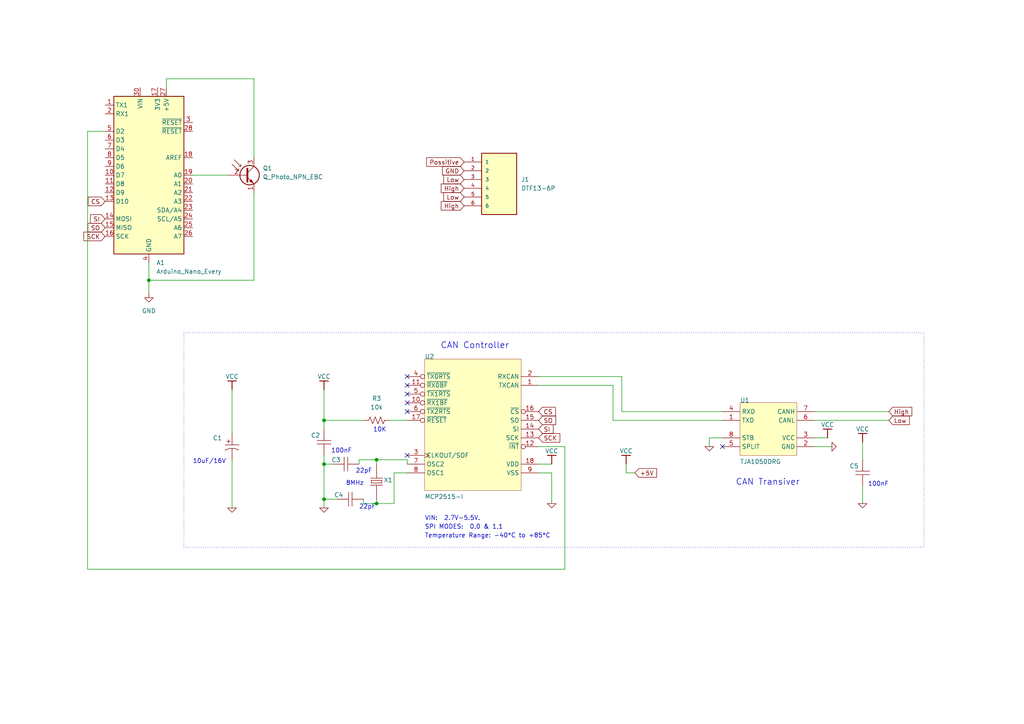
<source format=kicad_sch>
(kicad_sch (version 20250114) (generator "eeschema") (generator_version "9.0")
  (paper "A4")
  (lib_symbols
    (symbol "CAN Integration-altium-import:VCC_BAR" (power)
      (property "Value" "VCC" (at 0 -3.81 0))
      (symbol "VCC_BAR_0_0"
        (polyline (pts (xy -1.27 -2.54) (xy 1.27 -2.54)) (stroke (width 0.254)))
        (polyline (pts (xy 0 0) (xy 0 -2.54)) (stroke (width 0.254)))
        (pin power_in line (at 0 0 0) (length 0) (hide yes) (name "VCC") (number ""))
      )
    )
    (symbol "CAN Integration-altium-import:root_0_CRYSTAL-ECS-100-20-5PVX_adafruit.IntLib" (pin_numbers (hide yes)) (pin_names (hide yes))
      (symbol "root_0_CRYSTAL-ECS-100-20-5PVX_adafruit.IntLib_1_0"
        (polyline (pts (xy -1.778 1.016) (xy 1.778 1.016)))
        (polyline (pts (xy -1.778 -1.016) (xy 1.778 -1.016)))
        (polyline (pts (xy -1.524 0.381) (xy -1.524 -0.381)))
        (polyline (pts (xy -1.524 -0.381) (xy 1.524 -0.381)))
        (polyline (pts (xy 0 1.016) (xy 0 2.54)))
        (polyline (pts (xy 0 -2.54) (xy 0 -1.016)))
        (polyline (pts (xy 1.524 0.381) (xy -1.524 0.381)))
        (polyline (pts (xy 1.524 -0.381) (xy 1.524 0.381)))
        (pin passive line (at 0 5.08 270) (length 2.54) (name "2") (number "2"))
        (pin passive line (at 0 -5.08 90) (length 2.54) (name "1") (number "1"))
      )
    )
    (symbol "CAN Integration-altium-import:root_0_Cap_Tantalum_adafruit.IntLib" (pin_numbers (hide yes)) (pin_names (hide yes))
      (symbol "root_0_Cap_Tantalum_adafruit.IntLib_1_0"
        (polyline (pts (xy -2.032 -3.302) (xy 2.032 -3.302)))
        (polyline (pts (xy -1.524 -2.286) (xy -0.508 -2.286)))
        (polyline (pts (xy -1.016 -1.778) (xy -1.016 -2.794)))
        (polyline (pts (xy 0 -2.54) (xy 0 -3.302)))
        (polyline (pts (xy 0 -4.318) (xy 0 -5.08)))
        (arc (start 0 -4.318) (mid 0.9856 -4.4393) (end 1.9124 -4.7961))
        (arc (start -2.0163 -4.8535) (mid -1.0431 -4.4542) (end 0 -4.318))
        (pin passive line (at 0 0 270) (length 2.54) (name "1") (number "1"))
        (pin passive line (at 0 -7.62 90) (length 2.54) (name "2") (number "2"))
      )
    )
    (symbol "CAN Integration-altium-import:root_0_MCP2515_adafruit.SCHLIB"
      (symbol "root_0_MCP2515_adafruit.SCHLIB_1_0"
        (rectangle (start 27.94 0) (end 0 -38.1) (stroke (width 0.0254) (color 128 0 0 1)) (fill (type background)))
        (pin passive inverted (at -5.08 -5.08 0) (length 5.08) (name "~{TX0RTS}") (number "4"))
        (pin passive inverted (at -5.08 -7.62 0) (length 5.08) (name "~{RX0BF}") (number "11"))
        (pin passive inverted (at -5.08 -10.16 0) (length 5.08) (name "~{TX1RTS}") (number "5"))
        (pin passive inverted (at -5.08 -12.7 0) (length 5.08) (name "~{RX1BF}") (number "10"))
        (pin passive inverted (at -5.08 -15.24 0) (length 5.08) (name "~{TX2RTS}") (number "6"))
        (pin passive inverted (at -5.08 -17.78 0) (length 5.08) (name "~{RESET}") (number "17"))
        (pin passive clock (at -5.08 -27.94 0) (length 5.08) (name "CLKOUT/SOF") (number "3"))
        (pin passive line (at -5.08 -30.48 0) (length 5.08) (name "OSC2") (number "7"))
        (pin passive line (at -5.08 -33.02 0) (length 5.08) (name "OSC1") (number "8"))
        (pin passive line (at 33.02 -5.08 180) (length 5.08) (name "RXCAN") (number "2"))
        (pin passive line (at 33.02 -7.62 180) (length 5.08) (name "TXCAN") (number "1"))
        (pin passive inverted (at 33.02 -15.24 180) (length 5.08) (name "~{CS}") (number "16"))
        (pin passive line (at 33.02 -17.78 180) (length 5.08) (name "SO") (number "15"))
        (pin passive line (at 33.02 -20.32 180) (length 5.08) (name "SI") (number "14"))
        (pin passive line (at 33.02 -22.86 180) (length 5.08) (name "SCK") (number "13"))
        (pin passive inverted (at 33.02 -25.4 180) (length 5.08) (name "~{INT}") (number "12"))
        (pin passive line (at 33.02 -30.48 180) (length 5.08) (name "VDD") (number "18"))
        (pin passive line (at 33.02 -33.02 180) (length 5.08) (name "VSS") (number "9"))
      )
    )
    (symbol "CAN Integration-altium-import:root_0_TJA1050DRG_adafruit.SCHLIB"
      (symbol "root_0_TJA1050DRG_adafruit.SCHLIB_1_0"
        (rectangle (start 16.51 0) (end 0 -15.24) (stroke (width 0.0254) (color 128 0 0 1)) (fill (type background)))
        (pin passive line (at -5.08 -2.54 0) (length 5.08) (name "RXD") (number "4"))
        (pin passive line (at -5.08 -5.08 0) (length 5.08) (name "TXD") (number "1"))
        (pin passive line (at -5.08 -10.16 0) (length 5.08) (name "STB") (number "8"))
        (pin passive line (at -5.08 -12.7 0) (length 5.08) (name "SPLIT") (number "5"))
        (pin passive line (at 21.59 -2.54 180) (length 5.08) (name "CANH") (number "7"))
        (pin passive line (at 21.59 -5.08 180) (length 5.08) (name "CANL") (number "6"))
        (pin passive line (at 21.59 -10.16 180) (length 5.08) (name "VCC") (number "3"))
        (pin passive line (at 21.59 -12.7 180) (length 5.08) (name "GND") (number "2"))
      )
    )
    (symbol "CAN Integration-altium-import:root_2_Cap_0603_adafruit.IntLib" (pin_numbers (hide yes)) (pin_names (hide yes))
      (symbol "root_2_Cap_0603_adafruit.IntLib_1_0"
        (polyline (pts (xy -2.032 4.318) (xy 2.032 4.318)))
        (polyline (pts (xy 0 5.08) (xy 0 4.318)))
        (polyline (pts (xy 0 2.54) (xy 0 3.302)))
        (polyline (pts (xy 2.032 3.302) (xy -2.032 3.302)))
        (pin passive line (at 0 7.62 270) (length 2.54) (name "2") (number "2"))
        (pin passive line (at 0 0 90) (length 2.54) (name "1") (number "1"))
      )
    )
    (symbol "CAN Integration-altium-import:root_3_Cap_0603_adafruit.IntLib" (pin_numbers (hide yes)) (pin_names (hide yes))
      (symbol "root_3_Cap_0603_adafruit.IntLib_1_0"
        (polyline (pts (xy -5.08 0) (xy -4.318 0)))
        (polyline (pts (xy -4.318 -2.032) (xy -4.318 2.032)))
        (polyline (pts (xy -3.302 2.032) (xy -3.302 -2.032)))
        (polyline (pts (xy -2.54 0) (xy -3.302 0)))
        (pin passive line (at -7.62 0 0) (length 2.54) (name "2") (number "2"))
        (pin passive line (at 0 0 180) (length 2.54) (name "1") (number "1"))
      )
    )
    (symbol "Device:Q_Photo_NPN_EBC" (pin_names (offset 0) (hide yes))
      (property "Reference" "Q" (at 5.08 1.27 0))
      (property "Value" "Q_Photo_NPN_EBC" (at 5.08 -1.27 0))
      (symbol "Q_Photo_NPN_EBC_0_1"
        (polyline (pts (xy -3.81 3.175) (xy -1.905 1.27) (xy -1.905 1.905)))
        (polyline (pts (xy -3.175 4.445) (xy -1.27 2.54) (xy -1.27 3.175)))
        (polyline (pts (xy -1.905 1.27) (xy -2.54 1.27)))
        (polyline (pts (xy -1.27 2.54) (xy -1.905 2.54)))
        (polyline (pts (xy 0 0) (xy 0.635 0)))
        (polyline (pts (xy 0.635 1.905) (xy 0.635 -1.905) (xy 0.635 -1.905)) (stroke (width 0.508)))
        (polyline (pts (xy 0.635 0.635) (xy 2.54 2.54)))
        (polyline (pts (xy 0.635 -0.635) (xy 2.54 -2.54) (xy 2.54 -2.54)))
        (circle (center 1.27 0) (radius 2.8194) (stroke (width 0.254)))
        (polyline (pts (xy 1.27 -1.778) (xy 1.778 -1.27) (xy 2.286 -2.286) (xy 1.27 -1.778) (xy 1.27 -1.778)) (fill (type outline)))
      )
      (symbol "Q_Photo_NPN_EBC_1_1"
        (pin input line (at -5.08 0 0) (length 5.08) (name "B") (number "2"))
        (pin passive line (at 2.54 5.08 270) (length 2.54) (name "C") (number "3"))
        (pin passive line (at 2.54 -5.08 90) (length 2.54) (name "E") (number "1"))
      )
    )
    (symbol "Device:R_US" (pin_numbers (hide yes)) (pin_names (offset 0))
      (property "Reference" "R" (at 2.54 0 90))
      (property "Value" "R_US" (at -2.54 0 90))
      (symbol "R_US_0_1"
        (polyline (pts (xy 0 2.286) (xy 0 2.54)))
        (polyline (pts (xy 0 2.286) (xy 1.016 1.905) (xy 0 1.524) (xy -1.016 1.143) (xy 0 0.762)))
        (polyline (pts (xy 0 0.762) (xy 1.016 0.381) (xy 0 0) (xy -1.016 -0.381) (xy 0 -0.762)))
        (polyline (pts (xy 0 -0.762) (xy 1.016 -1.143) (xy 0 -1.524) (xy -1.016 -1.905) (xy 0 -2.286)))
        (polyline (pts (xy 0 -2.286) (xy 0 -2.54)))
      )
      (symbol "R_US_1_1"
        (pin passive line (at 0 3.81 270) (length 1.27) (name "~") (number "1"))
        (pin passive line (at 0 -3.81 90) (length 1.27) (name "~") (number "2"))
      )
    )
    (symbol "MCU_Module:Arduino_Nano_Every"
      (property "Reference" "A" (at -10.16 23.495 0))
      (property "Value" "Arduino_Nano_Every" (at 5.08 -24.13 0))
      (symbol "Arduino_Nano_Every_0_1"
        (rectangle (start -10.16 22.86) (end 10.16 -22.86) (stroke (width 0.254)) (fill (type background)))
      )
      (symbol "Arduino_Nano_Every_1_1"
        (pin bidirectional line (at -12.7 20.32 0) (length 2.54) (name "TX1") (number "1"))
        (pin bidirectional line (at -12.7 17.78 0) (length 2.54) (name "RX1") (number "2"))
        (pin bidirectional line (at -12.7 12.7 0) (length 2.54) (name "D2") (number "5"))
        (pin bidirectional line (at -12.7 10.16 0) (length 2.54) (name "D3") (number "6"))
        (pin bidirectional line (at -12.7 7.62 0) (length 2.54) (name "D4") (number "7"))
        (pin bidirectional line (at -12.7 5.08 0) (length 2.54) (name "D5") (number "8"))
        (pin bidirectional line (at -12.7 2.54 0) (length 2.54) (name "D6") (number "9"))
        (pin bidirectional line (at -12.7 0 0) (length 2.54) (name "D7") (number "10"))
        (pin bidirectional line (at -12.7 -2.54 0) (length 2.54) (name "D8") (number "11"))
        (pin bidirectional line (at -12.7 -5.08 0) (length 2.54) (name "D9") (number "12"))
        (pin bidirectional line (at -12.7 -7.62 0) (length 2.54) (name "D10") (number "13"))
        (pin bidirectional line (at -12.7 -12.7 0) (length 2.54) (name "MOSI") (number "14"))
        (pin bidirectional line (at -12.7 -15.24 0) (length 2.54) (name "MISO") (number "15"))
        (pin bidirectional line (at -12.7 -17.78 0) (length 2.54) (name "SCK") (number "16"))
        (pin power_in line (at -2.54 25.4 270) (length 2.54) (name "VIN") (number "30"))
        (pin passive line (at 0 -25.4 90) (length 2.54) (hide yes) (name "GND") (number "29"))
        (pin power_in line (at 0 -25.4 90) (length 2.54) (name "GND") (number "4"))
        (pin power_out line (at 2.54 25.4 270) (length 2.54) (name "3V3") (number "17"))
        (pin power_out line (at 5.08 25.4 270) (length 2.54) (name "+5V") (number "27"))
        (pin input line (at 12.7 15.24 180) (length 2.54) (name "~{RESET}") (number "3"))
        (pin input line (at 12.7 12.7 180) (length 2.54) (name "~{RESET}") (number "28"))
        (pin input line (at 12.7 5.08 180) (length 2.54) (name "AREF") (number "18"))
        (pin bidirectional line (at 12.7 0 180) (length 2.54) (name "A0") (number "19"))
        (pin bidirectional line (at 12.7 -2.54 180) (length 2.54) (name "A1") (number "20"))
        (pin bidirectional line (at 12.7 -5.08 180) (length 2.54) (name "A2") (number "21"))
        (pin bidirectional line (at 12.7 -7.62 180) (length 2.54) (name "A3") (number "22"))
        (pin bidirectional line (at 12.7 -10.16 180) (length 2.54) (name "SDA/A4") (number "23"))
        (pin bidirectional line (at 12.7 -12.7 180) (length 2.54) (name "SCL/A5") (number "24"))
        (pin bidirectional line (at 12.7 -15.24 180) (length 2.54) (name "A6") (number "25"))
        (pin bidirectional line (at 12.7 -17.78 180) (length 2.54) (name "A7") (number "26"))
      )
    )
    (symbol "New_Library:DTF13-6P" (pin_names (offset 1.016))
      (property "Reference" "J" (at -5.08 8.128 0))
      (property "Value" "DTF13-6P" (at -5.08 -12.7 0))
      (symbol "DTF13-6P_0_0"
        (rectangle (start -5.08 -10.16) (end 5.08 7.62) (stroke (width 0.254)) (fill (type background)))
        (pin passive line (at -10.16 5.08 0) (length 5.08) (name "1") (number "1"))
        (pin passive line (at -10.16 2.54 0) (length 5.08) (name "2") (number "2"))
        (pin passive line (at -10.16 0 0) (length 5.08) (name "3") (number "3"))
        (pin passive line (at -10.16 -2.54 0) (length 5.08) (name "4") (number "4"))
        (pin passive line (at -10.16 -5.08 0) (length 5.08) (name "5") (number "5"))
        (pin passive line (at -10.16 -7.62 0) (length 5.08) (name "6") (number "6"))
      )
    )
    (symbol "Simulation_SPICE:0" (power) (pin_numbers (hide yes)) (pin_names (offset 0) (hide yes))
      (property "Value" "0" (at 0 -2.54 0))
      (symbol "0_0_1"
        (polyline (pts (xy -1.27 0) (xy 0 -1.27) (xy 1.27 0) (xy -1.27 0)))
      )
      (symbol "0_1_1"
        (pin power_in line (at 0 0 0) (length 0) (name "~") (number "1"))
      )
    )
    (symbol "power:GND" (power) (pin_numbers (hide yes)) (pin_names (offset 0) (hide yes))
      (property "Value" "GND" (at 0 -3.81 0))
      (symbol "GND_0_1"
        (polyline (pts (xy 0 0) (xy 0 -1.27) (xy 1.27 -1.27) (xy 0 -2.54) (xy -1.27 -1.27) (xy 0 -1.27)))
      )
      (symbol "GND_1_1"
        (pin power_in line (at 0 0 270) (length 0) (name "~") (number "1"))
      )
    )
  )
  (rectangle (start 53.34 96.52) (end 267.97 158.75) (stroke (width 0) (type dot)))
  (text "CAN Transiver" (at 213.36 140.97 0) (effects (font (size 1.778 1.778)) (justify left bottom)))
  (text "22pF" (at 104.14 147.828 0) (effects (font (size 1.27 1.27)) (justify left bottom)))
  (text "100nF" (at 251.714 141.224 0) (effects (font (size 1.27 1.27)) (justify left bottom)))
  (text "VIN:  2.7V-5.5V." (at 123.19 151.13 0) (effects (font (size 1.27 1.27)) (justify left bottom)))
  (text "CAN Controller" (at 127.762 101.346 0) (effects (font (size 1.778 1.778)) (justify left bottom)))
  (text "10K" (at 108.204 125.476 0) (effects (font (size 1.27 1.27)) (justify left bottom)))
  (text "Temperature Range: -40*C to +85*C" (at 123.19 156.21 0) (effects (font (size 1.27 1.27)) (justify left bottom)))
  (text "22pF" (at 103.124 137.414 0) (effects (font (size 1.27 1.27)) (justify left bottom)))
  (text "100nF" (at 96.012 131.572 0) (effects (font (size 1.27 1.27)) (justify left bottom)))
  (text "8MHz" (at 100.33 140.97 0) (effects (font (size 1.27 1.27)) (justify left bottom)))
  (text "10uF/16V" (at 55.88 134.62 0) (effects (font (size 1.27 1.27)) (justify left bottom)))
  (text "SPI MODES:  0,0 & 1,1" (at 123.19 153.67 0) (effects (font (size 1.27 1.27)) (justify left bottom)))
  (junction (at 109.22 133.35))
  (junction (at 93.98 144.78))
  (junction (at 109.22 146.05))
  (junction (at 93.98 121.92))
  (junction (at 43.18 81.28))
  (junction (at 93.98 134.62))
  (no_connect (at 118.11 116.84))
  (no_connect (at 118.11 111.76))
  (no_connect (at 209.55 129.54))
  (no_connect (at 118.11 114.3))
  (no_connect (at 118.11 109.22))
  (no_connect (at 118.11 119.38))
  (no_connect (at 118.11 132.08))
  (wire (pts (xy 55.88 50.8) (xy 66.04 50.8)))
  (wire (pts (xy 73.66 81.28) (xy 43.18 81.28)))
  (wire (pts (xy 48.26 22.86) (xy 73.66 22.86)))
  (wire (pts (xy 67.31 113.03) (xy 67.31 125.73)))
  (wire (pts (xy 205.74 127) (xy 205.74 129.54)))
  (wire (pts (xy 25.4 38.1) (xy 30.48 38.1)))
  (wire (pts (xy 177.8 111.76) (xy 177.8 121.92)))
  (wire (pts (xy 250.19 128.27) (xy 250.19 133.35)))
  (wire (pts (xy 109.22 146.05) (xy 114.3 146.05)))
  (wire (pts (xy 109.22 144.78) (xy 109.22 146.05)))
  (wire (pts (xy 73.66 22.86) (xy 73.66 45.72)))
  (wire (pts (xy 25.4 165.1) (xy 25.4 38.1)))
  (wire (pts (xy 104.14 133.35) (xy 104.14 134.62)))
  (wire (pts (xy 48.26 25.4) (xy 48.26 22.86)))
  (wire (pts (xy 163.83 165.1) (xy 25.4 165.1)))
  (wire (pts (xy 236.22 121.92) (xy 257.81 121.92)))
  (wire (pts (xy 73.66 55.88) (xy 73.66 81.28)))
  (wire (pts (xy 105.41 144.78) (xy 105.41 146.05)))
  (wire (pts (xy 156.21 111.76) (xy 177.8 111.76)))
  (wire (pts (xy 177.8 121.92) (xy 209.55 121.92)))
  (wire (pts (xy 160.02 134.62) (xy 156.21 134.62)))
  (wire (pts (xy 93.98 132.08) (xy 93.98 134.62)))
  (wire (pts (xy 104.14 133.35) (xy 109.22 133.35)))
  (wire (pts (xy 181.61 134.62) (xy 181.61 137.16)))
  (wire (pts (xy 93.98 134.62) (xy 93.98 144.78)))
  (wire (pts (xy 240.03 127) (xy 236.22 127)))
  (wire (pts (xy 105.41 121.92) (xy 93.98 121.92)))
  (wire (pts (xy 156.21 129.54) (xy 163.83 129.54)))
  (wire (pts (xy 43.18 81.28) (xy 43.18 85.09)))
  (wire (pts (xy 114.3 137.16) (xy 114.3 146.05)))
  (wire (pts (xy 93.98 144.78) (xy 93.98 147.32)))
  (wire (pts (xy 118.11 121.92) (xy 113.03 121.92)))
  (wire (pts (xy 180.34 109.22) (xy 180.34 119.38)))
  (wire (pts (xy 118.11 133.35) (xy 118.11 134.62)))
  (wire (pts (xy 93.98 144.78) (xy 97.79 144.78)))
  (wire (pts (xy 67.31 147.32) (xy 67.31 133.35)))
  (wire (pts (xy 160.02 137.16) (xy 156.21 137.16)))
  (wire (pts (xy 236.22 119.38) (xy 257.81 119.38)))
  (wire (pts (xy 43.18 76.2) (xy 43.18 81.28)))
  (wire (pts (xy 93.98 121.92) (xy 93.98 124.46)))
  (wire (pts (xy 109.22 133.35) (xy 118.11 133.35)))
  (wire (pts (xy 118.11 137.16) (xy 114.3 137.16)))
  (wire (pts (xy 105.41 146.05) (xy 109.22 146.05)))
  (wire (pts (xy 160.02 146.05) (xy 160.02 137.16)))
  (wire (pts (xy 109.22 133.35) (xy 109.22 134.62)))
  (wire (pts (xy 180.34 119.38) (xy 209.55 119.38)))
  (wire (pts (xy 250.19 146.05) (xy 250.19 140.97)))
  (wire (pts (xy 209.55 127) (xy 205.74 127)))
  (wire (pts (xy 181.61 137.16) (xy 184.15 137.16)))
  (wire (pts (xy 93.98 113.03) (xy 93.98 121.92)))
  (wire (pts (xy 163.83 129.54) (xy 163.83 165.1)))
  (wire (pts (xy 156.21 109.22) (xy 180.34 109.22)))
  (wire (pts (xy 241.3 129.54) (xy 236.22 129.54)))
  (wire (pts (xy 93.98 134.62) (xy 96.52 134.62)))
  (global_label "Low" (shape input) (at 134.62 52.07 180) (property "Intersheetrefs" "${INTERSHEET_REFS}" (effects (hide yes))))
  (global_label "SCK" (shape input) (at 156.21 127 0) (property "Intersheetrefs" "${INTERSHEET_REFS}" (effects (hide yes))))
  (global_label "High" (shape input) (at 134.62 59.69 180) (property "Intersheetrefs" "${INTERSHEET_REFS}" (effects (hide yes))))
  (global_label "High" (shape input) (at 134.62 54.61 180) (property "Intersheetrefs" "${INTERSHEET_REFS}" (effects (hide yes))))
  (global_label "Low" (shape input) (at 134.62 57.15 180) (property "Intersheetrefs" "${INTERSHEET_REFS}" (effects (hide yes))))
  (global_label "+5V" (shape input) (at 184.15 137.16 0) (property "Intersheetrefs" "${INTERSHEET_REFS}" (effects (hide yes))))
  (global_label "Possitive" (shape input) (at 134.62 46.99 180) (property "Intersheetrefs" "${INTERSHEET_REFS}" (effects (hide yes))))
  (global_label "SCK" (shape input) (at 30.48 68.58 180) (property "Intersheetrefs" "${INTERSHEET_REFS}" (effects (hide yes))))
  (global_label "GND" (shape input) (at 134.62 49.53 180) (property "Intersheetrefs" "${INTERSHEET_REFS}" (effects (hide yes))))
  (global_label "CS" (shape input) (at 30.48 58.42 180) (property "Intersheetrefs" "${INTERSHEET_REFS}" (effects (hide yes))))
  (global_label "Low" (shape input) (at 257.81 121.92 0) (property "Intersheetrefs" "${INTERSHEET_REFS}" (effects (hide yes))))
  (global_label "SI" (shape input) (at 156.21 124.46 0) (property "Intersheetrefs" "${INTERSHEET_REFS}" (effects (hide yes))))
  (global_label "SI" (shape input) (at 30.48 63.5 180) (property "Intersheetrefs" "${INTERSHEET_REFS}" (effects (hide yes))))
  (global_label "SO" (shape input) (at 156.21 121.92 0) (property "Intersheetrefs" "${INTERSHEET_REFS}" (effects (hide yes))))
  (global_label "CS" (shape input) (at 156.21 119.38 0) (property "Intersheetrefs" "${INTERSHEET_REFS}" (effects (hide yes))))
  (global_label "High" (shape input) (at 257.81 119.38 0) (property "Intersheetrefs" "${INTERSHEET_REFS}" (effects (hide yes))))
  (global_label "SO" (shape input) (at 30.48 66.04 180) (property "Intersheetrefs" "${INTERSHEET_REFS}" (effects (hide yes))))
  (symbol (lib_id "CAN Integration-altium-import:VCC_BAR") (at 67.31 113.03 180) (unit 1)
    (property "Reference" "#PWR0112" (effects (hide yes)))
    (property "Value" "VCC" (at 67.31 109.22 0))
  )
  (symbol (lib_id "CAN Integration-altium-import:root_0_CRYSTAL-ECS-100-20-5PVX_adafruit.IntLib") (at 109.22 139.7 0) (unit 0)
    (property "Reference" "X1" (at 111.252 139.954 0) (effects (justify left bottom)))
    (property "Value" "${ALTIUM_VALUE}" (effects (hide yes)))
    (property "Footprint" "Crystal:Crystal_SMD_HC49-SD" (effects (hide yes)))
    (property "Description" "10MHz Â±30ppm Crystal 20pF 60 Ohms HC-49/US" (effects (hide yes)))
    (property "AVAILABILITY" "Warning" (effects (hide yes)))
    (property "SNAPEDA_LINK" "https://www.snapeda.com/parts/ECS-100-20-5PVX/ECS%20Inc./view-part/2721546/?ref=snap" (effects (hide yes)))
    (property "MP" "ECS-100-20-5PVX" (effects (hide yes)))
    (property "ALTIUM_VALUE" "8MHz" (effects (hide yes)))
    (property "PRICE" "None" (effects (hide yes)))
    (property "PACKAGE" "HC49/US ECS International" (effects (hide yes)))
    (property "MF" "ECS Inc." (effects (hide yes)))
    (property "CHECK_PRICES" "https://www.snapeda.com/parts/ECS-100-20-5PVX/ECS%20Inc./view-part/2721546/?ref=eda" (effects (hide yes)))
  )
  (symbol (lib_id "Simulation_SPICE:0") (at 250.19 146.05 0) (unit 1)
    (property "Reference" "#GND018" (effects (hide yes)))
    (property "Value" "0" (effects (hide yes)))
    (property "Datasheet" "https://ngspice.sourceforge.io/docs/ngspice-html-manual/manual.xhtml#subsec_Circuit_elements__device" (effects (hide yes)))
    (property "Description" "0V reference potential for simulation" (effects (hide yes)))
  )
  (symbol (lib_id "Simulation_SPICE:0") (at 93.98 147.32 0) (unit 1)
    (property "Reference" "#GND013" (effects (hide yes)))
    (property "Value" "0" (effects (hide yes)))
    (property "Datasheet" "https://ngspice.sourceforge.io/docs/ngspice-html-manual/manual.xhtml#subsec_Circuit_elements__device" (effects (hide yes)))
    (property "Description" "0V reference potential for simulation" (effects (hide yes)))
  )
  (symbol (lib_id "Device:Q_Photo_NPN_EBC") (at 71.12 50.8 0) (unit 1)
    (property "Reference" "Q1" (at 76.2 48.7806 0) (effects (justify left)))
    (property "Value" "Q_Photo_NPN_EBC" (at 76.2 51.3206 0) (effects (justify left)))
    (property "Footprint" "Package_TO_SOT_THT:TO-3P-3_Vertical" (effects (hide yes)))
    (property "Description" "NPN phototransistor, emitter/base/collector" (effects (hide yes)))
  )
  (symbol (lib_id "Simulation_SPICE:0") (at 205.74 129.54 0) (unit 1)
    (property "Reference" "#GND016" (effects (hide yes)))
    (property "Value" "0" (effects (hide yes)))
    (property "Datasheet" "https://ngspice.sourceforge.io/docs/ngspice-html-manual/manual.xhtml#subsec_Circuit_elements__device" (effects (hide yes)))
    (property "Description" "0V reference potential for simulation" (effects (hide yes)))
  )
  (symbol (lib_id "CAN Integration-altium-import:VCC_BAR") (at 250.19 128.27 180) (unit 1)
    (property "Reference" "#PWR0102" (effects (hide yes)))
    (property "Value" "VCC" (at 250.19 124.46 0))
  )
  (symbol (lib_id "CAN Integration-altium-import:VCC_BAR") (at 181.61 134.62 180) (unit 1)
    (property "Reference" "#PWR0108" (effects (hide yes)))
    (property "Value" "VCC" (at 181.61 130.81 0))
  )
  (symbol (lib_id "CAN Integration-altium-import:root_3_Cap_0603_adafruit.IntLib") (at 105.41 144.78 0) (unit 0)
    (property "Reference" "C4" (at 96.901 144.272 0) (effects (justify left bottom)))
    (property "Value" "${ALTIUM_VALUE}" (effects (hide yes)))
    (property "Footprint" "Capacitor_SMD:C_0603_1608Metric" (effects (hide yes)))
    (property "Description" "Capacitor, X5R, ±10%, 6.3V" (effects (hide yes)))
    (property "PART NUMBER" "C0603-N.C." (effects (hide yes)))
    (property "MANUFACTURER" "N.A." (effects (hide yes)))
    (property "DATASHEET" "*" (effects (hide yes)))
    (property "LATESTREVISIONDATE" "2009-11-23" (effects (hide yes)))
    (property "PIN COUNT" "2" (effects (hide yes)))
    (property "PUBLISHER" "Nordic Semiconductor" (effects (hide yes)))
    (property "PUBLISHED" "2009-05-08" (effects (hide yes)))
    (property "ALTIUM_VALUE" "22pF" (effects (hide yes)))
    (property "VOLTS" "6.3V" (effects (hide yes)))
    (property "SUPPLIER" "*" (effects (hide yes)))
    (property "SUPPLIER PART NUMBER" "*" (effects (hide yes)))
    (property "2ND SOURCE SUPPLIER" "*" (effects (hide yes)))
    (property "2ND SOURCE PART NUMBER" "*" (effects (hide yes)))
    (property "ARTIKKELNR NOCA" "20069060" (effects (hide yes)))
    (property "FOOTPRINT DOC" "0603" (effects (hide yes)))
    (property "ARTIKKELNR SIMPRO" "N.A." (effects (hide yes)))
    (property "MANUFACTURER PART NUMBER" "N.A." (effects (hide yes)))
  )
  (symbol (lib_id "CAN Integration-altium-import:root_3_Cap_0603_adafruit.IntLib") (at 104.14 134.62 0) (unit 0)
    (property "Reference" "C3" (at 96.139 134.112 0) (effects (justify left bottom)))
    (property "Value" "${ALTIUM_VALUE}" (effects (hide yes)))
    (property "Footprint" "Capacitor_SMD:C_0603_1608Metric" (effects (hide yes)))
    (property "Description" "Capacitor, X5R, ±10%, 6.3V" (effects (hide yes)))
    (property "PART NUMBER" "C0603-N.C." (effects (hide yes)))
    (property "MANUFACTURER" "N.A." (effects (hide yes)))
    (property "DATASHEET" "*" (effects (hide yes)))
    (property "LATESTREVISIONDATE" "2009-11-23" (effects (hide yes)))
    (property "PIN COUNT" "2" (effects (hide yes)))
    (property "PUBLISHER" "Nordic Semiconductor" (effects (hide yes)))
    (property "PUBLISHED" "2009-05-08" (effects (hide yes)))
    (property "ALTIUM_VALUE" "22pF" (effects (hide yes)))
    (property "VOLTS" "6.3V" (effects (hide yes)))
    (property "SUPPLIER" "*" (effects (hide yes)))
    (property "SUPPLIER PART NUMBER" "*" (effects (hide yes)))
    (property "2ND SOURCE SUPPLIER" "*" (effects (hide yes)))
    (property "2ND SOURCE PART NUMBER" "*" (effects (hide yes)))
    (property "ARTIKKELNR NOCA" "20069060" (effects (hide yes)))
    (property "FOOTPRINT DOC" "0603" (effects (hide yes)))
    (property "ARTIKKELNR SIMPRO" "N.A." (effects (hide yes)))
    (property "MANUFACTURER PART NUMBER" "N.A." (effects (hide yes)))
  )
  (symbol (lib_id "CAN Integration-altium-import:root_0_Cap_Tantalum_adafruit.IntLib") (at 67.31 125.73 0) (unit 0)
    (property "Reference" "C1" (at 61.722 127.762 0) (effects (justify left bottom)))
    (property "Value" "10uF/16V" (effects (hide yes)))
    (property "Footprint" "Capacitor_Tantalum_SMD:CP_EIA-1608-08_AVX-J" (effects (hide yes)))
    (property "Description" "SMD Tantalum Capacitor" (effects (hide yes)))
  )
  (symbol (lib_id "CAN Integration-altium-import:VCC_BAR") (at 240.03 127 180) (unit 1)
    (property "Reference" "#PWR0101" (effects (hide yes)))
    (property "Value" "VCC" (at 240.03 123.19 0))
  )
  (symbol (lib_id "CAN Integration-altium-import:root_0_TJA1050DRG_adafruit.SCHLIB") (at 214.63 116.84 0) (unit 0)
    (property "Reference" "U1" (at 214.63 116.84 0) (effects (justify left bottom)))
    (property "Value" "TJA1050DRG" (at 214.63 134.62 0) (effects (justify left bottom)))
    (property "Footprint" "Package_SO:SOIC-8_5.3x5.3mm_P1.27mm" (effects (hide yes)))
    (property "Description" "CAN Transiver" (effects (hide yes)))
    (property "SYMBOL" "TJA1050DRG" (effects (hide yes)))
    (property "DEVICE" "TJA1050DRG" (effects (hide yes)))
    (property "LCSC PART NAME" "TJA1050DRG" (effects (hide yes)))
    (property "SUPPLIER PART" "C19723770" (effects (hide yes)))
    (property "MANUFACTURER" "HGC(深圳汉芯)" (effects (hide yes)))
    (property "MANUFACTURER PART" "TJA1050DRG" (effects (hide yes)))
    (property "SUPPLIER FOOTPRINT" "SOP-8" (effects (hide yes)))
    (property "JLCPCB PART CLASS" "Extended Part" (effects (hide yes)))
    (property "DATASHEET" "https://atta.szlcsc.com/upload/public/pdf/source/20231229/9EC40A6172CAB0350BF7AF3421F4DEBF.pdf" (effects (hide yes)))
    (property "SUPPLIER" "LCSC" (effects (hide yes)))
    (property "ADD INTO BOM" "yes" (effects (hide yes)))
    (property "CONVERT TO PCB" "yes" (effects (hide yes)))
  )
  (symbol (lib_id "CAN Integration-altium-import:VCC_BAR") (at 93.98 113.03 180) (unit 1)
    (property "Reference" "#PWR0115" (effects (hide yes)))
    (property "Value" "VCC" (at 93.98 109.22 0))
  )
  (symbol (lib_id "CAN Integration-altium-import:root_2_Cap_0603_adafruit.IntLib") (at 93.98 132.08 0) (unit 0)
    (property "Reference" "C2" (at 90.17 127 0) (effects (justify left bottom)))
    (property "Value" "${ALTIUM_VALUE}" (effects (hide yes)))
    (property "Footprint" "Capacitor_SMD:C_0603_1608Metric" (effects (hide yes)))
    (property "Description" "Capacitor, X5R, ±10%, 6.3V" (effects (hide yes)))
    (property "PART NUMBER" "C0603-N.C." (effects (hide yes)))
    (property "MANUFACTURER" "N.A." (effects (hide yes)))
    (property "DATASHEET" "*" (effects (hide yes)))
    (property "LATESTREVISIONDATE" "2009-11-23" (effects (hide yes)))
    (property "PIN COUNT" "2" (effects (hide yes)))
    (property "PUBLISHER" "Nordic Semiconductor" (effects (hide yes)))
    (property "PUBLISHED" "2009-05-08" (effects (hide yes)))
    (property "ALTIUM_VALUE" "100nF" (effects (hide yes)))
    (property "VOLTS" "6.3V" (effects (hide yes)))
    (property "SUPPLIER" "*" (effects (hide yes)))
    (property "SUPPLIER PART NUMBER" "*" (effects (hide yes)))
    (property "2ND SOURCE SUPPLIER" "*" (effects (hide yes)))
    (property "2ND SOURCE PART NUMBER" "*" (effects (hide yes)))
    (property "ARTIKKELNR NOCA" "20069060" (effects (hide yes)))
    (property "FOOTPRINT DOC" "0603" (effects (hide yes)))
    (property "ARTIKKELNR SIMPRO" "N.A." (effects (hide yes)))
    (property "MANUFACTURER PART NUMBER" "N.A." (effects (hide yes)))
  )
  (symbol (lib_id "Simulation_SPICE:0") (at 67.31 147.32 0) (unit 1)
    (property "Reference" "#GND015" (effects (hide yes)))
    (property "Value" "0" (effects (hide yes)))
    (property "Datasheet" "https://ngspice.sourceforge.io/docs/ngspice-html-manual/manual.xhtml#subsec_Circuit_elements__device" (effects (hide yes)))
    (property "Description" "0V reference potential for simulation" (effects (hide yes)))
  )
  (symbol (lib_id "New_Library:DTF13-6P") (at 144.78 52.07 0) (unit 1)
    (property "Reference" "J1" (at 151.13 52.0699 0) (effects (justify left)))
    (property "Value" "DTF13-6P" (at 151.13 54.6099 0) (effects (justify left)))
    (property "Footprint" "DTF13-6P part:TE_DTF13-6P" (effects (hide yes)))
    (property "Comment" "DTF13-6P" (effects (hide yes)))
    (property "MF" "TE Connectivity" (effects (hide yes)))
    (property "MAXIMUM_PACKAGE_HEIGHT" "22.35mm" (effects (hide yes)))
    (property "Package" "None" (effects (hide yes)))
    (property "Price" "None" (effects (hide yes)))
    (property "Check_prices" "https://www.snapeda.com/parts/DTF13-6P/TE+Connectivity+Deutsch+Connectors/view-part/?ref=eda" (effects (hide yes)))
    (property "STANDARD" "Manufacturer Recommendations" (effects (hide yes)))
    (property "PARTREV" "B" (effects (hide yes)))
    (property "SnapEDA_Link" "https://www.snapeda.com/parts/DTF13-6P/TE+Connectivity+Deutsch+Connectors/view-part/?ref=snap" (effects (hide yes)))
    (property "MP" "DTF13-6P" (effects (hide yes)))
    (property "EU_RoHS_Compliance" "Compliant with Exemptions" (effects (hide yes)))
    (property "Description_1" "Connector, 6-Way, Black, Polyamide, DT Series | TE Connectivity DTF13-6P" (effects (hide yes)))
    (property "Availability" "In Stock" (effects (hide yes)))
    (property "MANUFACTURER" "TE Connectivity" (effects (hide yes)))
  )
  (symbol (lib_id "CAN Integration-altium-import:root_0_MCP2515_adafruit.SCHLIB") (at 123.19 104.14 0) (unit 0)
    (property "Reference" "U2" (at 123.19 104.14 0) (effects (justify left bottom)))
    (property "Value" "MCP2515-I" (at 123.19 144.78 0) (effects (justify left bottom)))
    (property "Footprint" "Package_SO:SOIC-18W_7.5x11.6mm_P1.27mm" (effects (hide yes)))
    (property "Description" "CAN Controller" (effects (hide yes)))
    (property "SYMBOL" "MCP2515-I" (effects (hide yes)))
    (property "DEVICE" "MCP2515-I" (effects (hide yes)))
    (property "SUPPLIER" "LCSC" (effects (hide yes)))
    (property "SUPPLIER PART" "C5250735" (effects (hide yes)))
    (property "MANUFACTURER" "Tokmas(托克马斯)" (effects (hide yes)))
    (property "MANUFACTURER PART" "MCP2515-I" (effects (hide yes)))
    (property "JLCPCB PART CLASS" "Extended Part" (effects (hide yes)))
    (property "LCSC PART NAME" "CAN芯片" (effects (hide yes)))
    (property "SUPPLIER FOOTPRINT" "TSSOP-20" (effects (hide yes)))
    (property "DATASHEET" "https://atta.szlcsc.com/upload/public/pdf/source/20221108/54102364C5045B746FF767DA10992A5D.pdf" (effects (hide yes)))
    (property "ADD INTO BOM" "yes" (effects (hide yes)))
    (property "CONVERT TO PCB" "yes" (effects (hide yes)))
  )
  (symbol (lib_id "CAN Integration-altium-import:root_2_Cap_0603_adafruit.IntLib") (at 250.19 140.97 0) (unit 0)
    (property "Reference" "C5" (at 246.38 135.89 0) (effects (justify left bottom)))
    (property "Value" "${ALTIUM_VALUE}" (effects (hide yes)))
    (property "Footprint" "Capacitor_SMD:C_0603_1608Metric" (effects (hide yes)))
    (property "Description" "Capacitor, X5R, ±10%, 6.3V" (effects (hide yes)))
    (property "PART NUMBER" "C0603-N.C." (effects (hide yes)))
    (property "MANUFACTURER" "N.A." (effects (hide yes)))
    (property "DATASHEET" "*" (effects (hide yes)))
    (property "LATESTREVISIONDATE" "2009-11-23" (effects (hide yes)))
    (property "PIN COUNT" "2" (effects (hide yes)))
    (property "PUBLISHER" "Nordic Semiconductor" (effects (hide yes)))
    (property "PUBLISHED" "2009-05-08" (effects (hide yes)))
    (property "ALTIUM_VALUE" "100nF" (effects (hide yes)))
    (property "VOLTS" "6.3V" (effects (hide yes)))
    (property "SUPPLIER" "*" (effects (hide yes)))
    (property "SUPPLIER PART NUMBER" "*" (effects (hide yes)))
    (property "2ND SOURCE SUPPLIER" "*" (effects (hide yes)))
    (property "2ND SOURCE PART NUMBER" "*" (effects (hide yes)))
    (property "ARTIKKELNR NOCA" "20069060" (effects (hide yes)))
    (property "FOOTPRINT DOC" "0603" (effects (hide yes)))
    (property "ARTIKKELNR SIMPRO" "N.A." (effects (hide yes)))
    (property "MANUFACTURER PART NUMBER" "N.A." (effects (hide yes)))
  )
  (symbol (lib_id "CAN Integration-altium-import:VCC_BAR") (at 160.02 134.62 180) (unit 1)
    (property "Reference" "#PWR0103" (effects (hide yes)))
    (property "Value" "VCC" (at 160.02 130.81 0))
  )
  (symbol (lib_id "Device:R_US") (at 109.22 121.92 90) (unit 1)
    (property "Reference" "R3" (at 109.22 115.57 90))
    (property "Value" "10k" (at 109.22 118.11 90))
    (property "Footprint" "Resistor_THT:R_Axial_DIN0204_L3.6mm_D1.6mm_P7.62mm_Horizontal" (effects (hide yes)))
    (property "Description" "Resistor, US symbol" (effects (hide yes)))
  )
  (symbol (lib_id "power:GND") (at 43.18 85.09 0) (unit 1)
    (property "Reference" "#PWR01" (effects (hide yes)))
    (property "Value" "GND" (at 43.18 90.17 0))
    (property "Description" "Power symbol creates a global label with name \"GND\" , ground" (effects (hide yes)))
  )
  (symbol (lib_id "MCU_Module:Arduino_Nano_Every") (at 43.18 50.8 0) (unit 1)
    (property "Reference" "A1" (at 45.3233 76.2 0) (effects (justify left)))
    (property "Value" "Arduino_Nano_Every" (at 45.3233 78.74 0) (effects (justify left)))
    (property "Footprint" "Module:Arduino_Nano" (effects (hide yes)))
    (property "Datasheet" "https://content.arduino.cc/assets/NANOEveryV3.0_sch.pdf" (effects (hide yes)))
    (property "Description" "Arduino Nano Every" (effects (hide yes)))
  )
  (symbol (lib_id "Simulation_SPICE:0") (at 160.02 146.05 0) (unit 1)
    (property "Reference" "#GND01" (effects (hide yes)))
    (property "Value" "0" (effects (hide yes)))
    (property "Datasheet" "https://ngspice.sourceforge.io/docs/ngspice-html-manual/manual.xhtml#subsec_Circuit_elements__device" (effects (hide yes)))
    (property "Description" "0V reference potential for simulation" (effects (hide yes)))
  )
  (symbol (lib_id "Simulation_SPICE:0") (at 241.3 129.54 90) (unit 1)
    (property "Reference" "#GND017" (effects (hide yes)))
    (property "Value" "0" (effects (hide yes)))
    (property "Datasheet" "https://ngspice.sourceforge.io/docs/ngspice-html-manual/manual.xhtml#subsec_Circuit_elements__device" (effects (hide yes)))
    (property "Description" "0V reference potential for simulation" (effects (hide yes)))
  )
)
</source>
